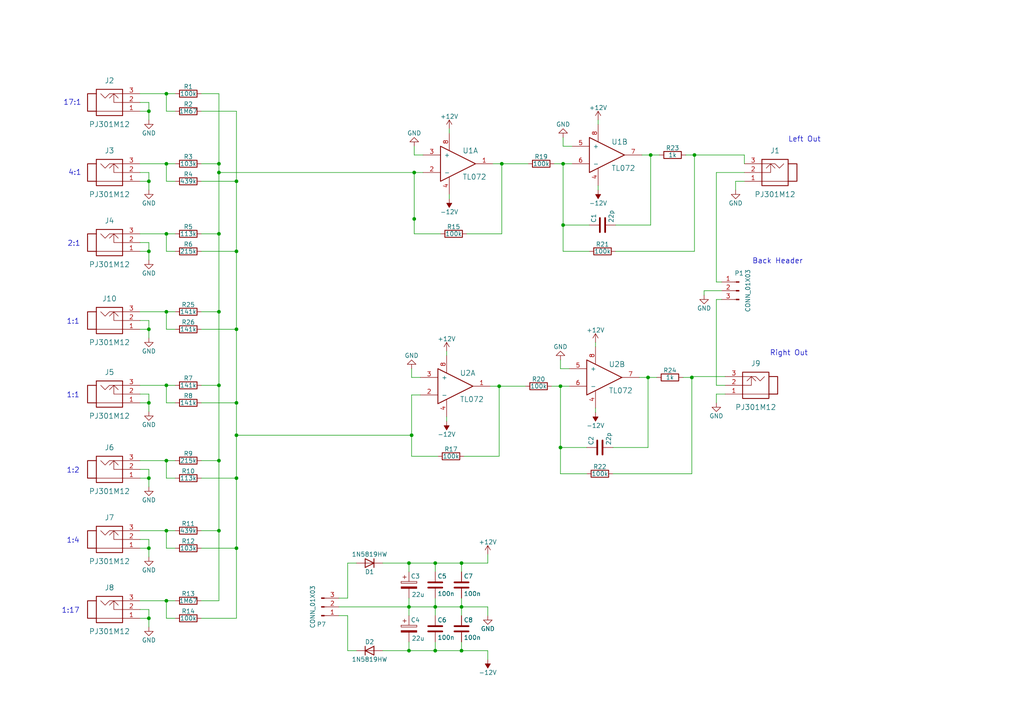
<source format=kicad_sch>
(kicad_sch (version 20230121) (generator eeschema)
  (paper "A4")
  (lib_symbols
    (symbol "Connector:Conn_01x03_Male" (pin_names (offset 1.016) hide)
      (property "Reference" "J" (at 0 5.08 0))
      (property "Value" "Connector_Conn_01x03_Male" (at 0 -5.08 0))
      (symbol "Conn_01x03_Male_1_1"
        (polyline (pts (xy 1.27 -2.54) (xy 0.8636 -2.54)) (stroke (width 0.1524)))
        (polyline (pts (xy 1.27 0) (xy 0.8636 0)) (stroke (width 0.1524)))
        (polyline (pts (xy 1.27 2.54) (xy 0.8636 2.54)) (stroke (width 0.1524)))
        (rectangle (start 0.8636 -2.413) (end 0 -2.667) (stroke (width 0.1524)) (fill (type outline)))
        (rectangle (start 0.8636 0.127) (end 0 -0.127) (stroke (width 0.1524)) (fill (type outline)))
        (rectangle (start 0.8636 2.667) (end 0 2.413) (stroke (width 0.1524)) (fill (type outline)))
        (pin passive line (at 5.08 2.54 180) (length 3.81) (name "Pin_1") (number "1"))
        (pin passive line (at 5.08 0 180) (length 3.81) (name "Pin_2") (number "2"))
        (pin passive line (at 5.08 -2.54 180) (length 3.81) (name "Pin_3") (number "3"))
      )
    )
    (symbol "Device:C" (pin_numbers hide) (pin_names (offset 0.254))
      (property "Reference" "C" (at 0.635 2.54 0))
      (property "Value" "C" (at 0.635 -2.54 0))
      (symbol "C_0_1"
        (polyline (pts (xy -2.032 -0.762) (xy 2.032 -0.762)) (stroke (width 0.508)))
        (polyline (pts (xy -2.032 0.762) (xy 2.032 0.762)) (stroke (width 0.508)))
      )
      (symbol "C_1_1"
        (pin passive line (at 0 3.81 270) (length 2.794) (name "~") (number "1"))
        (pin passive line (at 0 -3.81 90) (length 2.794) (name "~") (number "2"))
      )
    )
    (symbol "Device:C_Polarized" (pin_numbers hide) (pin_names (offset 0.254))
      (property "Reference" "C" (at 0.635 2.54 0))
      (property "Value" "C_Polarized" (at 0.635 -2.54 0))
      (symbol "C_Polarized_0_1"
        (rectangle (start -2.286 0.508) (end 2.286 1.016))
        (polyline (pts (xy -1.778 2.286) (xy -0.762 2.286)))
        (polyline (pts (xy -1.27 2.794) (xy -1.27 1.778)))
        (rectangle (start 2.286 -0.508) (end -2.286 -1.016) (fill (type outline)))
      )
      (symbol "C_Polarized_1_1"
        (pin passive line (at 0 3.81 270) (length 2.794) (name "~") (number "1"))
        (pin passive line (at 0 -3.81 90) (length 2.794) (name "~") (number "2"))
      )
    )
    (symbol "Device:D" (pin_numbers hide) (pin_names (offset 1.016) hide)
      (property "Reference" "D" (at 0 2.54 0))
      (property "Value" "D" (at 0 -2.54 0))
      (symbol "D_0_1"
        (polyline (pts (xy -1.27 1.27) (xy -1.27 -1.27)) (stroke (width 0.254)))
        (polyline (pts (xy 1.27 0) (xy -1.27 0)))
        (polyline (pts (xy 1.27 1.27) (xy 1.27 -1.27) (xy -1.27 0) (xy 1.27 1.27)) (stroke (width 0.254)))
      )
      (symbol "D_1_1"
        (pin passive line (at -3.81 0 0) (length 2.54) (name "K") (number "1"))
        (pin passive line (at 3.81 0 180) (length 2.54) (name "A") (number "2"))
      )
    )
    (symbol "Device:R" (pin_numbers hide) (pin_names (offset 0))
      (property "Reference" "R" (at 2.032 0 90))
      (property "Value" "R" (at 0 0 90))
      (symbol "R_0_1"
        (rectangle (start -1.016 -2.54) (end 1.016 2.54) (stroke (width 0.254)))
      )
      (symbol "R_1_1"
        (pin passive line (at 0 3.81 270) (length 1.27) (name "~") (number "1"))
        (pin passive line (at 0 -3.81 90) (length 1.27) (name "~") (number "2"))
      )
    )
    (symbol "lme49720:LME49720" (pin_names (offset 1.016))
      (property "Reference" "U" (at 3.81 3.81 0))
      (property "Value" "LME49720" (at 3.81 -3.81 0))
      (symbol "LME49720_0_1"
        (polyline (pts (xy 7.62 0) (xy -2.54 -5.08) (xy -2.54 5.08) (xy 7.62 0)) (stroke (width 0.254)))
        (pin power_in line (at 0 -8.89 90) (length 5.08) (name "~") (number "4"))
        (pin power_in line (at 0 8.89 270) (length 5.08) (name "~") (number "8"))
      )
      (symbol "LME49720_1_1"
        (pin output line (at 12.7 0 180) (length 5.08) (name "~") (number "1"))
        (pin input line (at -7.62 -2.54 0) (length 5.08) (name "-") (number "2"))
        (pin input line (at -7.62 2.54 0) (length 5.08) (name "+") (number "3"))
      )
      (symbol "LME49720_2_1"
        (pin input line (at -7.62 2.54 0) (length 5.08) (name "+") (number "5"))
        (pin input line (at -7.62 -2.54 0) (length 5.08) (name "-") (number "6"))
        (pin output line (at 12.7 0 180) (length 5.08) (name "~") (number "7"))
      )
    )
    (symbol "pj301m12:PJ301M12" (pin_names (offset 1.016))
      (property "Reference" "J" (at 0 6.35 0))
      (property "Value" "PJ301M12" (at 0 -6.35 0))
      (symbol "PJ301M12_0_1"
        (rectangle (start -3.81 3.81) (end 3.81 -3.81) (stroke (width 0.254)))
        (polyline (pts (xy 3.81 -2.54) (xy -3.81 -2.54)))
        (polyline (pts (xy 0 1.27) (xy 1.27 2.54) (xy 2.54 1.27)))
        (polyline (pts (xy 3.81 0) (xy 1.27 0) (xy 1.27 2.54)))
        (polyline (pts (xy -3.81 2.54) (xy -6.35 2.54) (xy -6.35 -2.54) (xy -3.81 -2.54)) (stroke (width 0.254)))
        (polyline (pts (xy 3.81 2.54) (xy 0 2.54) (xy -1.27 1.27) (xy -2.54 2.54)))
      )
      (symbol "PJ301M12_1_1"
        (pin passive line (at 8.89 -2.54 180) (length 5.08) (name "~") (number "1"))
        (pin passive line (at 8.89 0 180) (length 5.08) (name "~") (number "2"))
        (pin passive line (at 8.89 2.54 180) (length 5.08) (name "~") (number "3"))
      )
    )
    (symbol "power:+12V" (power) (pin_names (offset 0))
      (property "Value" "+12V" (at 0 3.556 0))
      (symbol "+12V_0_1"
        (polyline (pts (xy -0.762 1.27) (xy 0 2.54)))
        (polyline (pts (xy 0 0) (xy 0 2.54)))
        (polyline (pts (xy 0 2.54) (xy 0.762 1.27)))
      )
      (symbol "+12V_1_1"
        (pin power_in line (at 0 0 90) (length 0) hide (name "+12V") (number "1"))
      )
    )
    (symbol "power:-12V" (power) (pin_names (offset 0))
      (property "Value" "-12V" (at 0 3.81 0))
      (symbol "-12V_0_0"
        (pin power_in line (at 0 0 90) (length 0) hide (name "-12V") (number "1"))
      )
      (symbol "-12V_0_1"
        (polyline (pts (xy 0 0) (xy 0 1.27) (xy 0.762 1.27) (xy 0 2.54) (xy -0.762 1.27) (xy 0 1.27)) (fill (type outline)))
      )
    )
    (symbol "power:GND" (power) (pin_names (offset 0))
      (property "Value" "GND" (at 0 -3.81 0))
      (symbol "GND_0_1"
        (polyline (pts (xy 0 0) (xy 0 -1.27) (xy 1.27 -1.27) (xy 0 -2.54) (xy -1.27 -1.27) (xy 0 -1.27)))
      )
      (symbol "GND_1_1"
        (pin power_in line (at 0 0 270) (length 0) hide (name "GND") (number "1"))
      )
    )
  )
  (junction (at 163.322 65.278))
  (junction (at 63.5 67.818))
  (junction (at 68.58 126.238))
  (junction (at 43.18 138.684))
  (junction (at 43.18 159.004))
  (junction (at 63.5 133.604))
  (junction (at 68.58 159.004))
  (junction (at 162.56 129.794))
  (junction (at 201.422 44.958))
  (junction (at 43.18 116.84))
  (junction (at 68.58 116.84))
  (junction (at 144.78 112.014))
  (junction (at 43.18 32.258))
  (junction (at 63.5 47.498))
  (junction (at 133.858 163.322))
  (junction (at 120.142 50.038))
  (junction (at 126.238 188.722))
  (junction (at 119.38 126.238))
  (junction (at 133.858 176.022))
  (junction (at 48.26 111.76))
  (junction (at 68.58 138.684))
  (junction (at 126.238 176.022))
  (junction (at 63.5 153.924))
  (junction (at 48.26 47.498))
  (junction (at 43.18 72.898))
  (junction (at 63.5 90.424))
  (junction (at 120.142 63.5))
  (junction (at 48.26 153.924))
  (junction (at 118.618 188.722))
  (junction (at 126.238 163.322))
  (junction (at 200.66 109.474))
  (junction (at 188.722 44.958))
  (junction (at 68.58 95.504))
  (junction (at 63.5 111.76))
  (junction (at 48.26 27.178))
  (junction (at 118.618 163.322))
  (junction (at 43.18 95.504))
  (junction (at 187.96 109.474))
  (junction (at 68.58 72.898))
  (junction (at 48.26 67.818))
  (junction (at 48.26 174.244))
  (junction (at 162.56 112.014))
  (junction (at 43.18 52.578))
  (junction (at 163.322 47.498))
  (junction (at 145.542 47.498))
  (junction (at 48.26 133.604))
  (junction (at 43.18 179.324))
  (junction (at 48.26 90.424))
  (junction (at 118.618 176.022))
  (junction (at 63.5 50.038))
  (junction (at 133.858 188.722))
  (junction (at 68.58 52.578))
  (wire (pts (xy 48.26 179.324) (xy 48.26 174.244)))
  (wire (pts (xy 173.482 53.848) (xy 173.482 55.118)))
  (wire (pts (xy 207.772 114.3) (xy 207.772 116.84)))
  (wire (pts (xy 68.58 95.504) (xy 68.58 116.84)))
  (wire (pts (xy 68.58 138.684) (xy 68.58 159.004)))
  (wire (pts (xy 126.238 173.482) (xy 126.238 176.022)))
  (wire (pts (xy 204.216 85.598) (xy 204.216 84.328)))
  (wire (pts (xy 133.858 173.482) (xy 133.858 176.022)))
  (wire (pts (xy 110.998 163.322) (xy 118.618 163.322)))
  (wire (pts (xy 120.142 42.418) (xy 120.142 44.958)))
  (wire (pts (xy 58.42 52.578) (xy 68.58 52.578)))
  (wire (pts (xy 188.722 65.278) (xy 188.722 44.958)))
  (wire (pts (xy 187.96 129.794) (xy 187.96 109.474)))
  (wire (pts (xy 163.322 39.878) (xy 163.322 42.418)))
  (wire (pts (xy 119.38 126.238) (xy 119.38 132.334)))
  (wire (pts (xy 40.64 111.76) (xy 48.26 111.76)))
  (wire (pts (xy 50.8 179.324) (xy 48.26 179.324)))
  (wire (pts (xy 40.64 176.784) (xy 43.18 176.784)))
  (wire (pts (xy 68.58 32.258) (xy 58.42 32.258)))
  (wire (pts (xy 68.58 126.238) (xy 119.38 126.238)))
  (wire (pts (xy 142.24 112.014) (xy 144.78 112.014)))
  (wire (pts (xy 120.142 63.5) (xy 120.142 50.038)))
  (wire (pts (xy 43.18 179.324) (xy 43.18 181.864)))
  (wire (pts (xy 126.238 186.182) (xy 126.238 188.722)))
  (wire (pts (xy 100.838 188.722) (xy 103.378 188.722)))
  (wire (pts (xy 133.858 176.022) (xy 133.858 178.562)))
  (wire (pts (xy 40.64 174.244) (xy 48.26 174.244)))
  (wire (pts (xy 43.18 116.84) (xy 43.18 119.38)))
  (wire (pts (xy 63.5 67.818) (xy 63.5 90.424)))
  (wire (pts (xy 162.56 106.934) (xy 165.1 106.934)))
  (wire (pts (xy 118.618 163.322) (xy 126.238 163.322)))
  (wire (pts (xy 48.26 138.684) (xy 48.26 133.604)))
  (wire (pts (xy 129.54 101.854) (xy 129.54 103.124)))
  (wire (pts (xy 144.78 132.334) (xy 134.62 132.334)))
  (wire (pts (xy 98.298 176.022) (xy 118.618 176.022)))
  (wire (pts (xy 172.72 99.314) (xy 172.72 100.584)))
  (wire (pts (xy 43.18 72.898) (xy 43.18 75.438)))
  (wire (pts (xy 40.64 114.3) (xy 43.18 114.3)))
  (wire (pts (xy 201.422 44.958) (xy 215.9 44.958)))
  (wire (pts (xy 58.42 153.924) (xy 63.5 153.924)))
  (wire (pts (xy 43.18 29.718) (xy 43.18 32.258)))
  (wire (pts (xy 118.618 186.182) (xy 118.618 188.722)))
  (wire (pts (xy 188.722 44.958) (xy 191.262 44.958)))
  (wire (pts (xy 48.26 52.578) (xy 48.26 47.498)))
  (wire (pts (xy 48.26 32.258) (xy 48.26 27.178)))
  (wire (pts (xy 63.5 111.76) (xy 58.42 111.76)))
  (wire (pts (xy 120.142 50.038) (xy 122.682 50.038)))
  (wire (pts (xy 133.858 188.722) (xy 141.478 188.722)))
  (wire (pts (xy 43.18 136.144) (xy 43.18 138.684)))
  (wire (pts (xy 126.238 176.022) (xy 126.238 178.562)))
  (wire (pts (xy 200.787 109.22) (xy 210.312 109.22)))
  (wire (pts (xy 48.26 153.924) (xy 50.8 153.924)))
  (wire (pts (xy 43.18 114.3) (xy 43.18 116.84)))
  (wire (pts (xy 198.12 109.474) (xy 200.66 109.474)))
  (wire (pts (xy 120.142 44.958) (xy 122.682 44.958)))
  (wire (pts (xy 50.8 138.684) (xy 48.26 138.684)))
  (wire (pts (xy 58.42 138.684) (xy 68.58 138.684)))
  (wire (pts (xy 120.396 63.5) (xy 120.142 63.5)))
  (wire (pts (xy 63.5 27.178) (xy 63.5 47.498)))
  (wire (pts (xy 58.42 67.818) (xy 63.5 67.818)))
  (wire (pts (xy 207.772 50.038) (xy 207.772 81.788)))
  (wire (pts (xy 145.542 67.818) (xy 135.382 67.818)))
  (wire (pts (xy 133.858 188.722) (xy 133.858 186.182)))
  (wire (pts (xy 50.8 32.258) (xy 48.26 32.258)))
  (wire (pts (xy 144.78 112.014) (xy 152.4 112.014)))
  (wire (pts (xy 118.618 176.022) (xy 126.238 176.022)))
  (wire (pts (xy 58.42 159.004) (xy 68.58 159.004)))
  (wire (pts (xy 170.942 65.278) (xy 163.322 65.278)))
  (wire (pts (xy 207.772 111.76) (xy 210.312 111.76)))
  (wire (pts (xy 141.478 188.722) (xy 141.478 191.262)))
  (wire (pts (xy 98.298 173.482) (xy 100.838 173.482)))
  (wire (pts (xy 40.64 153.924) (xy 48.26 153.924)))
  (wire (pts (xy 63.5 27.178) (xy 58.42 27.178)))
  (wire (pts (xy 201.422 44.958) (xy 201.422 72.898)))
  (wire (pts (xy 40.64 47.498) (xy 48.26 47.498)))
  (wire (pts (xy 68.58 126.238) (xy 68.58 138.684)))
  (wire (pts (xy 40.64 52.578) (xy 43.18 52.578)))
  (wire (pts (xy 178.562 65.278) (xy 188.722 65.278)))
  (wire (pts (xy 100.838 163.322) (xy 103.378 163.322)))
  (wire (pts (xy 162.56 137.414) (xy 170.18 137.414)))
  (wire (pts (xy 127.762 67.818) (xy 120.142 67.818)))
  (wire (pts (xy 145.542 47.498) (xy 145.542 67.818)))
  (wire (pts (xy 40.64 72.898) (xy 43.18 72.898)))
  (wire (pts (xy 63.5 50.038) (xy 63.5 67.818)))
  (wire (pts (xy 187.96 109.474) (xy 190.5 109.474)))
  (wire (pts (xy 163.322 72.898) (xy 170.942 72.898)))
  (wire (pts (xy 201.422 72.898) (xy 178.562 72.898)))
  (wire (pts (xy 213.36 52.578) (xy 213.36 55.118)))
  (wire (pts (xy 40.64 67.818) (xy 48.26 67.818)))
  (wire (pts (xy 68.58 72.898) (xy 68.58 95.504)))
  (wire (pts (xy 172.72 118.364) (xy 172.72 119.634)))
  (wire (pts (xy 48.26 116.84) (xy 48.26 111.76)))
  (wire (pts (xy 43.18 159.004) (xy 43.18 161.544)))
  (wire (pts (xy 48.26 111.76) (xy 50.8 111.76)))
  (wire (pts (xy 48.26 159.004) (xy 48.26 153.924)))
  (wire (pts (xy 63.5 50.038) (xy 120.142 50.038)))
  (wire (pts (xy 118.618 163.322) (xy 118.618 165.862)))
  (wire (pts (xy 98.298 178.562) (xy 100.838 178.562)))
  (wire (pts (xy 133.858 163.322) (xy 133.858 165.862)))
  (wire (pts (xy 43.18 95.504) (xy 43.18 98.044)))
  (wire (pts (xy 50.8 52.578) (xy 48.26 52.578)))
  (wire (pts (xy 185.42 109.474) (xy 187.96 109.474)))
  (wire (pts (xy 119.38 126.238) (xy 119.38 114.554)))
  (wire (pts (xy 207.772 81.788) (xy 209.296 81.788)))
  (wire (pts (xy 163.322 47.498) (xy 165.862 47.498)))
  (wire (pts (xy 48.26 67.818) (xy 50.8 67.818)))
  (wire (pts (xy 58.42 95.504) (xy 68.58 95.504)))
  (wire (pts (xy 215.9 50.038) (xy 207.772 50.038)))
  (wire (pts (xy 177.8 129.794) (xy 187.96 129.794)))
  (wire (pts (xy 215.9 44.958) (xy 215.9 47.498)))
  (wire (pts (xy 58.42 47.498) (xy 63.5 47.498)))
  (wire (pts (xy 40.64 32.258) (xy 43.18 32.258)))
  (wire (pts (xy 48.26 47.498) (xy 50.8 47.498)))
  (wire (pts (xy 129.54 120.904) (xy 129.54 122.174)))
  (wire (pts (xy 40.64 27.178) (xy 48.26 27.178)))
  (wire (pts (xy 119.38 106.934) (xy 119.38 109.474)))
  (wire (pts (xy 48.26 72.898) (xy 48.26 67.818)))
  (wire (pts (xy 40.64 179.324) (xy 43.18 179.324)))
  (wire (pts (xy 48.26 27.178) (xy 50.8 27.178)))
  (wire (pts (xy 40.64 133.604) (xy 48.26 133.604)))
  (wire (pts (xy 50.8 95.504) (xy 48.26 95.504)))
  (wire (pts (xy 40.64 136.144) (xy 43.18 136.144)))
  (wire (pts (xy 119.38 132.334) (xy 127 132.334)))
  (wire (pts (xy 40.64 116.84) (xy 43.18 116.84)))
  (wire (pts (xy 162.56 112.014) (xy 165.1 112.014)))
  (wire (pts (xy 133.858 176.022) (xy 141.478 176.022)))
  (wire (pts (xy 200.787 109.22) (xy 200.787 109.474)))
  (wire (pts (xy 209.296 86.868) (xy 207.772 86.868)))
  (wire (pts (xy 40.64 50.038) (xy 43.18 50.038)))
  (wire (pts (xy 43.18 176.784) (xy 43.18 179.324)))
  (wire (pts (xy 130.302 56.388) (xy 130.302 57.658)))
  (wire (pts (xy 200.66 109.474) (xy 200.66 137.414)))
  (wire (pts (xy 162.56 112.014) (xy 162.56 129.794)))
  (wire (pts (xy 160.02 112.014) (xy 162.56 112.014)))
  (wire (pts (xy 126.238 163.322) (xy 126.238 165.862)))
  (wire (pts (xy 40.64 90.424) (xy 48.26 90.424)))
  (wire (pts (xy 68.58 179.324) (xy 58.42 179.324)))
  (wire (pts (xy 163.322 42.418) (xy 165.862 42.418)))
  (wire (pts (xy 162.56 129.794) (xy 162.56 137.414)))
  (wire (pts (xy 126.238 188.722) (xy 133.858 188.722)))
  (wire (pts (xy 43.18 50.038) (xy 43.18 52.578)))
  (wire (pts (xy 50.8 72.898) (xy 48.26 72.898)))
  (wire (pts (xy 130.302 37.338) (xy 130.302 38.608)))
  (wire (pts (xy 118.618 188.722) (xy 126.238 188.722)))
  (wire (pts (xy 110.998 188.722) (xy 118.618 188.722)))
  (wire (pts (xy 163.322 47.498) (xy 163.322 65.278)))
  (wire (pts (xy 63.5 153.924) (xy 63.5 174.244)))
  (wire (pts (xy 200.66 137.414) (xy 177.8 137.414)))
  (wire (pts (xy 68.58 32.258) (xy 68.58 52.578)))
  (wire (pts (xy 48.26 95.504) (xy 48.26 90.424)))
  (wire (pts (xy 40.64 29.718) (xy 43.18 29.718)))
  (wire (pts (xy 207.772 86.868) (xy 207.772 111.76)))
  (wire (pts (xy 198.882 44.958) (xy 201.422 44.958)))
  (wire (pts (xy 141.478 163.322) (xy 141.478 160.782)))
  (wire (pts (xy 50.8 159.004) (xy 48.26 159.004)))
  (wire (pts (xy 40.64 138.684) (xy 43.18 138.684)))
  (wire (pts (xy 162.56 104.394) (xy 162.56 106.934)))
  (wire (pts (xy 43.18 32.258) (xy 43.18 34.798)))
  (wire (pts (xy 100.838 173.482) (xy 100.838 163.322)))
  (wire (pts (xy 48.26 90.424) (xy 50.8 90.424)))
  (wire (pts (xy 141.478 176.022) (xy 141.478 178.562)))
  (wire (pts (xy 58.42 133.604) (xy 63.5 133.604)))
  (wire (pts (xy 119.38 114.554) (xy 121.92 114.554)))
  (wire (pts (xy 126.238 163.322) (xy 133.858 163.322)))
  (wire (pts (xy 126.238 176.022) (xy 133.858 176.022)))
  (wire (pts (xy 63.5 50.038) (xy 63.5 47.498)))
  (wire (pts (xy 43.18 138.684) (xy 43.18 141.224)))
  (wire (pts (xy 63.5 133.604) (xy 63.5 153.924)))
  (wire (pts (xy 50.8 116.84) (xy 48.26 116.84)))
  (wire (pts (xy 48.26 133.604) (xy 50.8 133.604)))
  (wire (pts (xy 204.216 84.328) (xy 209.296 84.328)))
  (wire (pts (xy 43.18 92.964) (xy 43.18 95.504)))
  (wire (pts (xy 143.002 47.498) (xy 145.542 47.498)))
  (wire (pts (xy 120.142 63.5) (xy 120.142 67.818)))
  (wire (pts (xy 119.38 109.474) (xy 121.92 109.474)))
  (wire (pts (xy 144.78 112.014) (xy 144.78 132.334)))
  (wire (pts (xy 48.26 174.244) (xy 50.8 174.244)))
  (wire (pts (xy 186.182 44.958) (xy 188.722 44.958)))
  (wire (pts (xy 118.618 173.482) (xy 118.618 176.022)))
  (wire (pts (xy 133.858 163.322) (xy 141.478 163.322)))
  (wire (pts (xy 68.58 159.004) (xy 68.58 179.324)))
  (wire (pts (xy 163.322 65.278) (xy 163.322 72.898)))
  (wire (pts (xy 43.18 156.464) (xy 43.18 159.004)))
  (wire (pts (xy 160.782 47.498) (xy 163.322 47.498)))
  (wire (pts (xy 58.42 72.898) (xy 68.58 72.898)))
  (wire (pts (xy 43.18 70.358) (xy 43.18 72.898)))
  (wire (pts (xy 63.5 111.76) (xy 63.5 133.604)))
  (wire (pts (xy 63.5 174.244) (xy 58.42 174.244)))
  (wire (pts (xy 40.64 70.358) (xy 43.18 70.358)))
  (wire (pts (xy 40.64 95.504) (xy 43.18 95.504)))
  (wire (pts (xy 145.542 47.498) (xy 153.162 47.498)))
  (wire (pts (xy 63.5 90.424) (xy 63.5 111.76)))
  (wire (pts (xy 68.58 116.84) (xy 68.58 126.238)))
  (wire (pts (xy 43.18 52.578) (xy 43.18 55.118)))
  (wire (pts (xy 215.9 52.578) (xy 213.36 52.578)))
  (wire (pts (xy 210.312 114.3) (xy 207.772 114.3)))
  (wire (pts (xy 200.66 109.474) (xy 200.787 109.474)))
  (wire (pts (xy 40.64 159.004) (xy 43.18 159.004)))
  (wire (pts (xy 40.64 92.964) (xy 43.18 92.964)))
  (wire (pts (xy 40.64 156.464) (xy 43.18 156.464)))
  (wire (pts (xy 100.838 178.562) (xy 100.838 188.722)))
  (wire (pts (xy 58.42 90.424) (xy 63.5 90.424)))
  (wire (pts (xy 170.18 129.794) (xy 162.56 129.794)))
  (wire (pts (xy 118.618 176.022) (xy 118.618 178.562)))
  (wire (pts (xy 173.482 34.798) (xy 173.482 36.068)))
  (wire (pts (xy 68.58 52.578) (xy 68.58 72.898)))
  (wire (pts (xy 68.58 116.84) (xy 58.42 116.84)))
  (text "2:1" (at 23.368 71.628 0) (effects (font (size 1.524 1.524)) (justify right bottom)))
  (text "1:4" (at 23.114 157.734 0) (effects (font (size 1.524 1.524)) (justify right bottom)))
  (text "1:1" (at 23.114 94.234 0) (effects (font (size 1.524 1.524)) (justify right bottom)))
  (text "4:1" (at 23.622 51.054 0) (effects (font (size 1.524 1.524)) (justify right bottom)))
  (text "Right Out" (at 223.266 103.378 0) (effects (font (size 1.524 1.524)) (justify left bottom)))
  (text "Left Out" (at 228.6 41.402 0) (effects (font (size 1.524 1.524)) (justify left bottom)))
  (text "17:1" (at 23.622 30.734 0) (effects (font (size 1.524 1.524)) (justify right bottom)))
  (text "1:2" (at 23.114 137.414 0) (effects (font (size 1.524 1.524)) (justify right bottom)))
  (text "1:1" (at 23.114 115.57 0) (effects (font (size 1.524 1.524)) (justify right bottom)))
  (text "1:17" (at 23.114 178.054 0) (effects (font (size 1.524 1.524)) (justify right bottom)))
  (text "Back Header" (at 218.186 76.708 0) (effects (font (size 1.524 1.524)) (justify left bottom)))
  (symbol (lib_id "pj301m12:PJ301M12") (at 31.75 29.718 0) (unit 1)
    (property "Reference" "J2" (at 31.75 23.368 0) (effects (font (size 1.524 1.524))))
    (property "Value" "PJ301M12" (at 31.75 36.068 0) (effects (font (size 1.524 1.524))))
    (property "Footprint" "nearness:PJ301M12" (effects hide))
  )
  (symbol (lib_id "pj301m12:PJ301M12") (at 31.75 50.038 0) (unit 1)
    (property "Reference" "J3" (at 31.75 43.688 0) (effects (font (size 1.524 1.524))))
    (property "Value" "PJ301M12" (at 31.75 56.388 0) (effects (font (size 1.524 1.524))))
    (property "Footprint" "nearness:PJ301M12" (effects hide))
  )
  (symbol (lib_id "pj301m12:PJ301M12") (at 31.75 70.358 0) (unit 1)
    (property "Reference" "J4" (at 31.75 64.008 0) (effects (font (size 1.524 1.524))))
    (property "Value" "PJ301M12" (at 31.75 76.708 0) (effects (font (size 1.524 1.524))))
    (property "Footprint" "nearness:PJ301M12" (effects hide))
  )
  (symbol (lib_id "pj301m12:PJ301M12") (at 31.75 114.3 0) (unit 1)
    (property "Reference" "J5" (at 31.75 107.95 0) (effects (font (size 1.524 1.524))))
    (property "Value" "PJ301M12" (at 31.75 120.65 0) (effects (font (size 1.524 1.524))))
    (property "Footprint" "nearness:PJ301M12" (effects hide))
  )
  (symbol (lib_id "pj301m12:PJ301M12") (at 31.75 136.144 0) (unit 1)
    (property "Reference" "J6" (at 31.75 129.794 0) (effects (font (size 1.524 1.524))))
    (property "Value" "PJ301M12" (at 31.75 142.494 0) (effects (font (size 1.524 1.524))))
    (property "Footprint" "nearness:PJ301M12" (effects hide))
  )
  (symbol (lib_id "pj301m12:PJ301M12") (at 31.75 156.464 0) (unit 1)
    (property "Reference" "J7" (at 31.75 150.114 0) (effects (font (size 1.524 1.524))))
    (property "Value" "PJ301M12" (at 31.75 162.814 0) (effects (font (size 1.524 1.524))))
    (property "Footprint" "nearness:PJ301M12" (effects hide))
  )
  (symbol (lib_id "pj301m12:PJ301M12") (at 31.75 176.784 0) (unit 1)
    (property "Reference" "J8" (at 31.75 170.434 0) (effects (font (size 1.524 1.524))))
    (property "Value" "PJ301M12" (at 31.75 183.134 0) (effects (font (size 1.524 1.524))))
    (property "Footprint" "nearness:PJ301M12" (effects hide))
  )
  (symbol (lib_id "power:GND") (at 43.18 34.798 0) (unit 1)
    (property "Reference" "#PWR02" (effects hide))
    (property "Value" "GND" (at 43.18 38.608 0))
  )
  (symbol (lib_id "power:GND") (at 43.18 55.118 0) (unit 1)
    (property "Reference" "#PWR03" (effects hide))
    (property "Value" "GND" (at 43.18 58.928 0))
  )
  (symbol (lib_id "power:GND") (at 43.18 75.438 0) (unit 1)
    (property "Reference" "#PWR04" (effects hide))
    (property "Value" "GND" (at 43.18 79.248 0))
  )
  (symbol (lib_id "power:GND") (at 43.18 119.38 0) (unit 1)
    (property "Reference" "#PWR05" (effects hide))
    (property "Value" "GND" (at 43.18 123.19 0))
  )
  (symbol (lib_id "power:GND") (at 43.18 141.224 0) (unit 1)
    (property "Reference" "#PWR06" (effects hide))
    (property "Value" "GND" (at 43.18 145.034 0))
  )
  (symbol (lib_id "power:GND") (at 43.18 161.544 0) (unit 1)
    (property "Reference" "#PWR07" (effects hide))
    (property "Value" "GND" (at 43.18 165.354 0))
  )
  (symbol (lib_id "power:GND") (at 43.18 181.864 0) (unit 1)
    (property "Reference" "#PWR08" (effects hide))
    (property "Value" "GND" (at 43.18 185.674 0))
  )
  (symbol (lib_id "Device:R") (at 54.61 27.178 90) (unit 1)
    (property "Reference" "R1" (at 54.61 25.146 90))
    (property "Value" "100k" (at 54.61 27.178 90))
    (property "Footprint" "Resistor_SMD:R_1206_3216Metric_Pad1.30x1.75mm_HandSolder" (effects hide))
  )
  (symbol (lib_id "Device:R") (at 54.61 32.258 90) (unit 1)
    (property "Reference" "R2" (at 54.61 30.226 90))
    (property "Value" "1M67" (at 54.61 32.258 90))
    (property "Footprint" "Resistor_SMD:R_1206_3216Metric_Pad1.30x1.75mm_HandSolder" (effects hide))
  )
  (symbol (lib_id "Device:R") (at 54.61 47.498 90) (unit 1)
    (property "Reference" "R3" (at 54.61 45.466 90))
    (property "Value" "103k" (at 54.61 47.498 90))
    (property "Footprint" "Resistor_SMD:R_1206_3216Metric_Pad1.30x1.75mm_HandSolder" (effects hide))
  )
  (symbol (lib_id "Device:R") (at 54.61 52.578 90) (unit 1)
    (property "Reference" "R4" (at 54.61 50.546 90))
    (property "Value" "439k" (at 54.61 52.578 90))
    (property "Footprint" "Resistor_SMD:R_1206_3216Metric_Pad1.30x1.75mm_HandSolder" (effects hide))
  )
  (symbol (lib_id "Device:R") (at 54.61 67.818 90) (unit 1)
    (property "Reference" "R5" (at 54.61 65.786 90))
    (property "Value" "113k" (at 54.61 67.818 90))
    (property "Footprint" "Resistor_SMD:R_1206_3216Metric_Pad1.30x1.75mm_HandSolder" (effects hide))
  )
  (symbol (lib_id "Device:R") (at 54.61 72.898 90) (unit 1)
    (property "Reference" "R6" (at 54.61 70.866 90))
    (property "Value" "215k" (at 54.61 72.898 90))
    (property "Footprint" "Resistor_SMD:R_1206_3216Metric_Pad1.30x1.75mm_HandSolder" (effects hide))
  )
  (symbol (lib_id "Device:R") (at 54.61 111.76 90) (unit 1)
    (property "Reference" "R7" (at 54.61 109.728 90))
    (property "Value" "141k" (at 54.61 111.76 90))
    (property "Footprint" "Resistor_SMD:R_1206_3216Metric_Pad1.30x1.75mm_HandSolder" (effects hide))
  )
  (symbol (lib_id "Device:R") (at 54.61 116.84 90) (unit 1)
    (property "Reference" "R8" (at 54.61 114.808 90))
    (property "Value" "141k" (at 54.61 116.84 90))
    (property "Footprint" "Resistor_SMD:R_1206_3216Metric_Pad1.30x1.75mm_HandSolder" (effects hide))
  )
  (symbol (lib_id "Device:R") (at 54.61 133.604 90) (unit 1)
    (property "Reference" "R9" (at 54.61 131.572 90))
    (property "Value" "215k" (at 54.61 133.604 90))
    (property "Footprint" "Resistor_SMD:R_1206_3216Metric_Pad1.30x1.75mm_HandSolder" (effects hide))
  )
  (symbol (lib_id "Device:R") (at 54.61 138.684 90) (unit 1)
    (property "Reference" "R10" (at 54.61 136.652 90))
    (property "Value" "113k" (at 54.61 138.684 90))
    (property "Footprint" "Resistor_SMD:R_1206_3216Metric_Pad1.30x1.75mm_HandSolder" (effects hide))
  )
  (symbol (lib_id "Device:R") (at 54.61 153.924 90) (unit 1)
    (property "Reference" "R11" (at 54.61 151.892 90))
    (property "Value" "439k" (at 54.61 153.924 90))
    (property "Footprint" "Resistor_SMD:R_1206_3216Metric_Pad1.30x1.75mm_HandSolder" (effects hide))
  )
  (symbol (lib_id "Device:R") (at 54.61 159.004 90) (unit 1)
    (property "Reference" "R12" (at 54.61 156.972 90))
    (property "Value" "103k" (at 54.61 159.004 90))
    (property "Footprint" "Resistor_SMD:R_1206_3216Metric_Pad1.30x1.75mm_HandSolder" (effects hide))
  )
  (symbol (lib_id "Device:R") (at 54.61 174.244 90) (unit 1)
    (property "Reference" "R13" (at 54.61 172.212 90))
    (property "Value" "1M67" (at 54.61 174.244 90))
    (property "Footprint" "Resistor_SMD:R_1206_3216Metric_Pad1.30x1.75mm_HandSolder" (effects hide))
  )
  (symbol (lib_id "Device:R") (at 54.61 179.324 90) (unit 1)
    (property "Reference" "R14" (at 54.61 177.292 90))
    (property "Value" "100k" (at 54.61 179.324 90))
    (property "Footprint" "Resistor_SMD:R_1206_3216Metric_Pad1.30x1.75mm_HandSolder" (effects hide))
  )
  (symbol (lib_id "Device:R") (at 195.072 44.958 90) (unit 1)
    (property "Reference" "R23" (at 195.072 42.926 90))
    (property "Value" "1k" (at 195.072 44.958 90))
    (property "Footprint" "Resistor_SMD:R_1206_3216Metric_Pad1.30x1.75mm_HandSolder" (effects hide))
  )
  (symbol (lib_id "Device:R") (at 194.31 109.474 90) (unit 1)
    (property "Reference" "R24" (at 194.31 107.442 90))
    (property "Value" "1k" (at 194.31 109.474 90))
    (property "Footprint" "Resistor_SMD:R_1206_3216Metric_Pad1.30x1.75mm_HandSolder" (effects hide))
  )
  (symbol (lib_id "pj301m12:PJ301M12") (at 224.79 50.038 0) (mirror y) (unit 1)
    (property "Reference" "J1" (at 224.79 43.688 0) (effects (font (size 1.524 1.524))))
    (property "Value" "PJ301M12" (at 224.79 56.388 0) (effects (font (size 1.524 1.524))))
    (property "Footprint" "nearness:PJ301M12" (effects hide))
  )
  (symbol (lib_id "pj301m12:PJ301M12") (at 219.202 111.76 0) (mirror y) (unit 1)
    (property "Reference" "J9" (at 219.202 105.41 0) (effects (font (size 1.524 1.524))))
    (property "Value" "PJ301M12" (at 219.202 118.11 0) (effects (font (size 1.524 1.524))))
    (property "Footprint" "nearness:PJ301M12" (effects hide))
  )
  (symbol (lib_id "Device:R") (at 131.572 67.818 90) (unit 1)
    (property "Reference" "R15" (at 131.572 65.786 90))
    (property "Value" "100k" (at 131.572 67.818 90))
    (property "Footprint" "Resistor_SMD:R_1206_3216Metric_Pad1.30x1.75mm_HandSolder" (effects hide))
  )
  (symbol (lib_id "Device:R") (at 156.972 47.498 90) (unit 1)
    (property "Reference" "R19" (at 156.972 45.466 90))
    (property "Value" "100k" (at 156.972 47.498 90))
    (property "Footprint" "Resistor_SMD:R_1206_3216Metric_Pad1.30x1.75mm_HandSolder" (effects hide))
  )
  (symbol (lib_id "Device:R") (at 174.752 72.898 90) (unit 1)
    (property "Reference" "R21" (at 174.752 70.866 90))
    (property "Value" "100k" (at 174.752 72.898 90))
    (property "Footprint" "Resistor_SMD:R_1206_3216Metric_Pad1.30x1.75mm_HandSolder" (effects hide))
  )
  (symbol (lib_id "power:GND") (at 120.142 42.418 180) (unit 1)
    (property "Reference" "#PWR014" (effects hide))
    (property "Value" "GND" (at 120.142 38.608 0))
  )
  (symbol (lib_id "power:GND") (at 163.322 39.878 180) (unit 1)
    (property "Reference" "#PWR020" (effects hide))
    (property "Value" "GND" (at 163.322 36.068 0))
  )
  (symbol (lib_id "Device:R") (at 130.81 132.334 90) (unit 1)
    (property "Reference" "R17" (at 130.81 130.302 90))
    (property "Value" "100k" (at 130.81 132.334 90))
    (property "Footprint" "Resistor_SMD:R_1206_3216Metric_Pad1.30x1.75mm_HandSolder" (effects hide))
  )
  (symbol (lib_id "Device:R") (at 156.21 112.014 90) (unit 1)
    (property "Reference" "R20" (at 156.21 109.982 90))
    (property "Value" "100k" (at 156.21 112.014 90))
    (property "Footprint" "Resistor_SMD:R_1206_3216Metric_Pad1.30x1.75mm_HandSolder" (effects hide))
  )
  (symbol (lib_id "Device:R") (at 173.99 137.414 90) (unit 1)
    (property "Reference" "R22" (at 173.99 135.382 90))
    (property "Value" "100k" (at 173.99 137.414 90))
    (property "Footprint" "Resistor_SMD:R_1206_3216Metric_Pad1.30x1.75mm_HandSolder" (effects hide))
  )
  (symbol (lib_id "power:GND") (at 119.38 106.934 180) (unit 1)
    (property "Reference" "#PWR015" (effects hide))
    (property "Value" "GND" (at 119.38 103.124 0))
  )
  (symbol (lib_id "power:GND") (at 162.56 104.394 180) (unit 1)
    (property "Reference" "#PWR021" (effects hide))
    (property "Value" "GND" (at 162.56 100.584 0))
  )
  (symbol (lib_id "Device:D") (at 107.188 163.322 180) (unit 1)
    (property "Reference" "D1" (at 107.188 165.862 0))
    (property "Value" "1N5819HW" (at 107.188 160.782 0))
    (property "Footprint" "Diode_SMD:D_SOD-323_HandSoldering" (effects hide))
  )
  (symbol (lib_id "Device:D") (at 107.188 188.722 0) (unit 1)
    (property "Reference" "D2" (at 107.188 186.182 0))
    (property "Value" "1N5819HW" (at 107.188 191.262 0))
    (property "Footprint" "Diode_SMD:D_SOD-323_HandSoldering" (effects hide))
  )
  (symbol (lib_id "Device:C") (at 126.238 169.672 0) (unit 1)
    (property "Reference" "C5" (at 126.873 167.132 0) (effects (justify left)))
    (property "Value" "100n" (at 126.873 172.212 0) (effects (justify left)))
    (property "Footprint" "Capacitor_SMD:C_1206_3216Metric_Pad1.33x1.80mm_HandSolder" (effects hide))
  )
  (symbol (lib_id "Device:C") (at 126.238 182.372 0) (unit 1)
    (property "Reference" "C6" (at 126.873 179.832 0) (effects (justify left)))
    (property "Value" "100n" (at 126.873 184.912 0) (effects (justify left)))
    (property "Footprint" "Capacitor_SMD:C_1206_3216Metric_Pad1.33x1.80mm_HandSolder" (effects hide))
  )
  (symbol (lib_id "power:+12V") (at 141.478 160.782 0) (unit 1)
    (property "Reference" "#PWR026" (effects hide))
    (property "Value" "+12V" (at 141.478 157.226 0))
  )
  (symbol (lib_id "power:-12V") (at 141.478 191.262 180) (unit 1)
    (property "Reference" "#PWR028" (effects hide))
    (property "Value" "-12V" (at 141.478 195.072 0))
  )
  (symbol (lib_id "power:GND") (at 141.478 178.562 0) (unit 1)
    (property "Reference" "#PWR027" (effects hide))
    (property "Value" "GND" (at 141.478 182.372 0))
  )
  (symbol (lib_id "power:GND") (at 213.36 55.118 0) (mirror y) (unit 1)
    (property "Reference" "#PWR01" (effects hide))
    (property "Value" "GND" (at 213.36 58.928 0))
  )
  (symbol (lib_id "power:GND") (at 207.772 116.84 0) (mirror y) (unit 1)
    (property "Reference" "#PWR09" (effects hide))
    (property "Value" "GND" (at 207.772 120.65 0))
  )
  (symbol (lib_id "power:+12V") (at 130.302 37.338 0) (unit 1)
    (property "Reference" "#PWR016" (effects hide))
    (property "Value" "+12V" (at 130.302 33.782 0))
  )
  (symbol (lib_id "power:+12V") (at 173.482 34.798 0) (unit 1)
    (property "Reference" "#PWR022" (effects hide))
    (property "Value" "+12V" (at 173.482 31.242 0))
  )
  (symbol (lib_id "power:-12V") (at 130.302 57.658 180) (unit 1)
    (property "Reference" "#PWR017" (effects hide))
    (property "Value" "-12V" (at 130.302 61.468 0))
  )
  (symbol (lib_id "power:-12V") (at 173.482 55.118 180) (unit 1)
    (property "Reference" "#PWR023" (effects hide))
    (property "Value" "-12V" (at 173.482 58.928 0))
  )
  (symbol (lib_id "power:+12V") (at 129.54 101.854 0) (unit 1)
    (property "Reference" "#PWR018" (effects hide))
    (property "Value" "+12V" (at 129.54 98.298 0))
  )
  (symbol (lib_id "power:+12V") (at 172.72 99.314 0) (unit 1)
    (property "Reference" "#PWR024" (effects hide))
    (property "Value" "+12V" (at 172.72 95.758 0))
  )
  (symbol (lib_id "power:-12V") (at 129.54 122.174 180) (unit 1)
    (property "Reference" "#PWR019" (effects hide))
    (property "Value" "-12V" (at 129.54 125.984 0))
  )
  (symbol (lib_id "power:-12V") (at 172.72 119.634 180) (unit 1)
    (property "Reference" "#PWR025" (effects hide))
    (property "Value" "-12V" (at 172.72 123.444 0))
  )
  (symbol (lib_id "Device:C") (at 174.752 65.278 90) (unit 1)
    (property "Reference" "C1" (at 172.212 64.643 0) (effects (justify left)))
    (property "Value" "22p" (at 177.292 64.643 0) (effects (justify left)))
    (property "Footprint" "Capacitor_SMD:C_1206_3216Metric_Pad1.33x1.80mm_HandSolder" (effects hide))
  )
  (symbol (lib_id "Device:C") (at 173.99 129.794 90) (unit 1)
    (property "Reference" "C2" (at 171.45 129.159 0) (effects (justify left)))
    (property "Value" "22p" (at 176.53 129.159 0) (effects (justify left)))
    (property "Footprint" "Capacitor_SMD:C_1206_3216Metric_Pad1.33x1.80mm_HandSolder" (effects hide))
  )
  (symbol (lib_id "lme49720:LME49720") (at 130.302 47.498 0) (unit 1)
    (property "Reference" "U1" (at 134.112 43.688 0) (effects (font (size 1.524 1.524)) (justify left)))
    (property "Value" "TL072" (at 134.112 51.308 0) (effects (font (size 1.524 1.524)) (justify left)))
    (property "Footprint" "nearness:SOIC-8" (effects hide))
  )
  (symbol (lib_id "lme49720:LME49720") (at 173.482 44.958 0) (unit 2)
    (property "Reference" "U1" (at 177.292 41.148 0) (effects (font (size 1.524 1.524)) (justify left)))
    (property "Value" "TL072" (at 177.292 48.768 0) (effects (font (size 1.524 1.524)) (justify left)))
    (property "Footprint" "nearness:SOIC-8" (effects hide))
  )
  (symbol (lib_id "lme49720:LME49720") (at 129.54 112.014 0) (unit 1)
    (property "Reference" "U2" (at 133.35 108.204 0) (effects (font (size 1.524 1.524)) (justify left)))
    (property "Value" "TL072" (at 133.35 115.824 0) (effects (font (size 1.524 1.524)) (justify left)))
    (property "Footprint" "nearness:SOIC-8" (effects hide))
  )
  (symbol (lib_id "lme49720:LME49720") (at 172.72 109.474 0) (unit 2)
    (property "Reference" "U2" (at 176.53 105.664 0) (effects (font (size 1.524 1.524)) (justify left)))
    (property "Value" "TL072" (at 176.53 113.284 0) (effects (font (size 1.524 1.524)) (justify left)))
    (property "Footprint" "nearness:SOIC-8" (effects hide))
  )
  (symbol (lib_id "Device:C") (at 133.858 169.672 0) (unit 1)
    (property "Reference" "C7" (at 134.493 167.132 0) (effects (justify left)))
    (property "Value" "100n" (at 134.493 172.212 0) (effects (justify left)))
    (property "Footprint" "Capacitor_SMD:C_1206_3216Metric_Pad1.33x1.80mm_HandSolder" (effects hide))
  )
  (symbol (lib_id "Device:C") (at 133.858 182.372 0) (unit 1)
    (property "Reference" "C8" (at 134.493 179.832 0) (effects (justify left)))
    (property "Value" "100n" (at 134.493 184.912 0) (effects (justify left)))
    (property "Footprint" "Capacitor_SMD:C_1206_3216Metric_Pad1.33x1.80mm_HandSolder" (effects hide))
  )
  (symbol (lib_id "Connector:Conn_01x03_Male") (at 93.218 176.022 0) (mirror x) (unit 1)
    (property "Reference" "P7" (at 93.218 181.102 0))
    (property "Value" "CONN_01X03" (at 90.678 176.022 90))
    (property "Footprint" "Connector_IDC:IDC-Header_2x05_P2.54mm_Vertical" (effects hide))
  )
  (symbol (lib_id "power:GND") (at 43.18 98.044 0) (unit 1)
    (property "Reference" "#PWR010" (effects hide))
    (property "Value" "GND" (at 43.18 101.854 0))
  )
  (symbol (lib_id "Connector:Conn_01x03_Male") (at 214.376 84.328 0) (mirror y) (unit 1)
    (property "Reference" "P1" (at 214.376 79.248 0))
    (property "Value" "CONN_01X03" (at 216.916 84.328 90))
    (property "Footprint" "nearness:Pin_1x3" (effects hide))
  )
  (symbol (lib_id "Device:R") (at 54.61 90.424 90) (unit 1)
    (property "Reference" "R25" (at 54.61 88.392 90))
    (property "Value" "141k" (at 54.61 90.424 90))
    (property "Footprint" "Resistor_SMD:R_1206_3216Metric_Pad1.30x1.75mm_HandSolder" (effects hide))
  )
  (symbol (lib_id "pj301m12:PJ301M12") (at 31.75 92.964 0) (unit 1)
    (property "Reference" "J10" (at 31.75 86.614 0) (effects (font (size 1.524 1.524))))
    (property "Value" "PJ301M12" (at 31.75 99.314 0) (effects (font (size 1.524 1.524))))
    (property "Footprint" "nearness:PJ301M12" (effects hide))
  )
  (symbol (lib_id "Device:R") (at 54.61 95.504 90) (unit 1)
    (property "Reference" "R26" (at 54.61 93.472 90))
    (property "Value" "141k" (at 54.61 95.504 90))
    (property "Footprint" "Resistor_SMD:R_1206_3216Metric_Pad1.30x1.75mm_HandSolder" (effects hide))
  )
  (symbol (lib_id "Device:C_Polarized") (at 118.618 182.372 0) (unit 1)
    (property "Reference" "C4" (at 119.126 179.832 0) (effects (justify left)))
    (property "Value" "22u" (at 119.38 185.166 0) (effects (justify left)))
    (property "Footprint" "Capacitor_THT:CP_Radial_D5.0mm_P2.00mm" (effects hide))
  )
  (symbol (lib_id "Device:C_Polarized") (at 118.618 169.672 0) (unit 1)
    (property "Reference" "C3" (at 119.126 167.132 0) (effects (justify left)))
    (property "Value" "22u" (at 119.38 172.466 0) (effects (justify left)))
    (property "Footprint" "Capacitor_THT:CP_Radial_D5.0mm_P2.00mm" (effects hide))
  )
  (symbol (lib_id "power:GND") (at 204.216 85.598 0) (mirror y) (unit 1)
    (property "Reference" "#PWR011" (effects hide))
    (property "Value" "GND" (at 204.216 89.408 0))
  )
)
</source>
